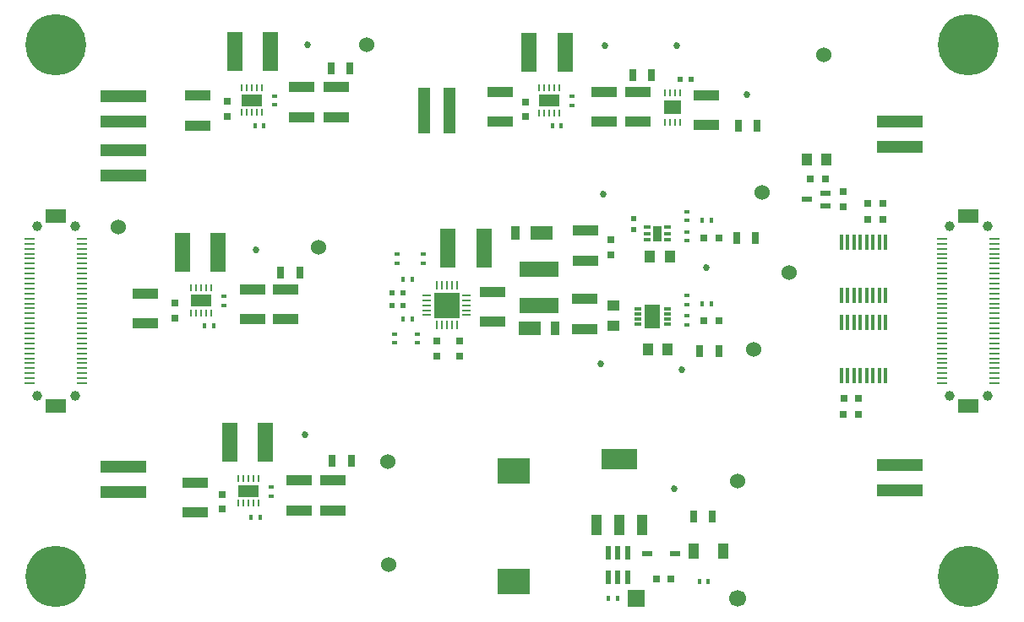
<source format=gts>
G04 #@! TF.FileFunction,Soldermask,Top*
%FSLAX46Y46*%
G04 Gerber Fmt 4.6, Leading zero omitted, Abs format (unit mm)*
G04 Created by KiCad (PCBNEW (2015-04-19 BZR 5613)-product) date 7/7/2015 8:10:23 PM*
%MOMM*%
G01*
G04 APERTURE LIST*
%ADD10C,0.100000*%
%ADD11C,1.524000*%
%ADD12R,0.500000X0.600000*%
%ADD13R,0.600000X0.500000*%
%ADD14O,6.100000X6.100000*%
%ADD15R,2.100000X1.400000*%
%ADD16R,1.000000X0.250000*%
%ADD17C,1.000000*%
%ADD18R,1.000000X1.250000*%
%ADD19R,0.800000X0.750000*%
%ADD20R,0.750000X0.800000*%
%ADD21R,2.500000X1.000000*%
%ADD22R,1.250000X1.000000*%
%ADD23R,1.000000X1.600000*%
%ADD24R,2.200000X1.400000*%
%ADD25R,0.900000X1.400000*%
%ADD26R,1.050000X0.550000*%
%ADD27R,1.500000X4.000000*%
%ADD28R,3.200000X2.500000*%
%ADD29R,4.000000X1.500000*%
%ADD30R,4.572000X1.270000*%
%ADD31R,1.270000X4.572000*%
%ADD32R,3.657600X2.032000*%
%ADD33R,1.016000X2.032000*%
%ADD34R,0.600000X0.400000*%
%ADD35R,0.400000X0.600000*%
%ADD36R,1.000760X0.599440*%
%ADD37C,0.685800*%
%ADD38R,0.250000X0.800000*%
%ADD39R,1.740000X1.450000*%
%ADD40R,0.700000X0.300000*%
%ADD41R,0.900000X1.600000*%
%ADD42R,0.800000X0.300000*%
%ADD43R,1.640000X2.380000*%
%ADD44R,0.560000X1.330000*%
%ADD45R,0.360000X1.600000*%
%ADD46R,0.280000X0.800000*%
%ADD47R,2.000000X1.200000*%
%ADD48O,0.250000X1.000000*%
%ADD49O,1.000000X0.250000*%
%ADD50R,2.600000X2.600000*%
%ADD51C,1.699260*%
%ADD52R,1.699260X1.699260*%
%ADD53R,0.700000X1.300000*%
G04 APERTURE END LIST*
D10*
D11*
X167500300Y-104140000D03*
D12*
X151892000Y-98687800D03*
X151892000Y-99787800D03*
D13*
X127694600Y-107442000D03*
X128794600Y-107442000D03*
D14*
X93980000Y-134620000D03*
X93980000Y-81280000D03*
X185420000Y-81280000D03*
X185420000Y-134620000D03*
D15*
X93980000Y-117450000D03*
D16*
X91330000Y-100700000D03*
X91330000Y-101200000D03*
X91330000Y-101700000D03*
X91330000Y-102200000D03*
X91330000Y-102700000D03*
X91330000Y-103200000D03*
X91330000Y-103700000D03*
X91330000Y-104200000D03*
X91330000Y-104700000D03*
X91330000Y-105200000D03*
X91330000Y-105700000D03*
X91330000Y-106200000D03*
X91330000Y-106700000D03*
X91330000Y-107200000D03*
X91330000Y-107700000D03*
X91330000Y-108200000D03*
X91330000Y-108700000D03*
X91330000Y-109200000D03*
X91330000Y-109700000D03*
X91330000Y-110200000D03*
X91330000Y-110700000D03*
X91330000Y-111200000D03*
X91330000Y-111700000D03*
X91330000Y-112200000D03*
X91330000Y-112700000D03*
X91330000Y-113200000D03*
X91330000Y-113700000D03*
X91330000Y-114200000D03*
X91330000Y-114700000D03*
X91330000Y-115200000D03*
X96630000Y-100700000D03*
X96630000Y-101200000D03*
X96630000Y-101700000D03*
X96630000Y-102200000D03*
X96630000Y-102700000D03*
X96630000Y-103200000D03*
X96630000Y-103700000D03*
X96630000Y-104200000D03*
X96630000Y-104700000D03*
X96630000Y-105200000D03*
X96630000Y-105700000D03*
X96630000Y-106200000D03*
X96630000Y-106700000D03*
X96630000Y-107200000D03*
X96630000Y-107700000D03*
X96630000Y-108200000D03*
X96630000Y-108700000D03*
X96630000Y-109200000D03*
X96630000Y-109700000D03*
X96630000Y-110200000D03*
X96630000Y-110700000D03*
X96630000Y-111200000D03*
X96630000Y-111700000D03*
X96630000Y-112200000D03*
X96630000Y-112700000D03*
X96630000Y-113200000D03*
X96630000Y-113700000D03*
X96630000Y-114200000D03*
X96630000Y-114700000D03*
X96630000Y-115200000D03*
D15*
X93980000Y-98450000D03*
D17*
X92080000Y-99450000D03*
X92080000Y-116450000D03*
D15*
X185420000Y-117450000D03*
D16*
X182770000Y-100700000D03*
X182770000Y-101200000D03*
X182770000Y-101700000D03*
X182770000Y-102200000D03*
X182770000Y-102700000D03*
X182770000Y-103200000D03*
X182770000Y-103700000D03*
X182770000Y-104200000D03*
X182770000Y-104700000D03*
X182770000Y-105200000D03*
X182770000Y-105700000D03*
X182770000Y-106200000D03*
X182770000Y-106700000D03*
X182770000Y-107200000D03*
X182770000Y-107700000D03*
X182770000Y-108200000D03*
X182770000Y-108700000D03*
X182770000Y-109200000D03*
X182770000Y-109700000D03*
X182770000Y-110200000D03*
X182770000Y-110700000D03*
X182770000Y-111200000D03*
X182770000Y-111700000D03*
X182770000Y-112200000D03*
X182770000Y-112700000D03*
X182770000Y-113200000D03*
X182770000Y-113700000D03*
X182770000Y-114200000D03*
X182770000Y-114700000D03*
X182770000Y-115200000D03*
X188070000Y-100700000D03*
X188070000Y-101200000D03*
X188070000Y-101700000D03*
X188070000Y-102200000D03*
X188070000Y-102700000D03*
X188070000Y-103200000D03*
X188070000Y-103700000D03*
X188070000Y-104200000D03*
X188070000Y-104700000D03*
X188070000Y-105200000D03*
X188070000Y-105700000D03*
X188070000Y-106200000D03*
X188070000Y-106700000D03*
X188070000Y-107200000D03*
X188070000Y-107700000D03*
X188070000Y-108200000D03*
X188070000Y-108700000D03*
X188070000Y-109200000D03*
X188070000Y-109700000D03*
X188070000Y-110200000D03*
X188070000Y-110700000D03*
X188070000Y-111200000D03*
X188070000Y-111700000D03*
X188070000Y-112200000D03*
X188070000Y-112700000D03*
X188070000Y-113200000D03*
X188070000Y-113700000D03*
X188070000Y-114200000D03*
X188070000Y-114700000D03*
X188070000Y-115200000D03*
D15*
X185420000Y-98450000D03*
D17*
X183520000Y-99450000D03*
X183520000Y-116450000D03*
X187320000Y-99450000D03*
X187320000Y-116450000D03*
X95880000Y-99450000D03*
X95880000Y-116450000D03*
D18*
X169205400Y-92786200D03*
X171205400Y-92786200D03*
D19*
X169607800Y-94691200D03*
X171107800Y-94691200D03*
D20*
X172872400Y-97498600D03*
X172872400Y-95998600D03*
D19*
X176873600Y-97180400D03*
X175373600Y-97180400D03*
X172909800Y-118287800D03*
X174409800Y-118287800D03*
X176873600Y-98806000D03*
X175373600Y-98806000D03*
X172935200Y-116687600D03*
X174435200Y-116687600D03*
D21*
X107950000Y-125144400D03*
X107950000Y-128144400D03*
X108204000Y-86333200D03*
X108204000Y-89333200D03*
X102946200Y-106221400D03*
X102946200Y-109221400D03*
D20*
X110667800Y-126351600D03*
X110667800Y-127851600D03*
X111150400Y-86956200D03*
X111150400Y-88456200D03*
X105918000Y-107149200D03*
X105918000Y-108649200D03*
D21*
X118364000Y-124941200D03*
X118364000Y-127941200D03*
X118643400Y-85495000D03*
X118643400Y-88495000D03*
X113665000Y-105764200D03*
X113665000Y-108764200D03*
X121767600Y-124941200D03*
X121767600Y-127941200D03*
X122047000Y-85495000D03*
X122047000Y-88495000D03*
X117017800Y-105764200D03*
X117017800Y-108764200D03*
D13*
X127694600Y-106146600D03*
X128794600Y-106146600D03*
D21*
X137756900Y-109030900D03*
X137756900Y-106030900D03*
D20*
X134442200Y-112459200D03*
X134442200Y-110959200D03*
D21*
X138480800Y-85977600D03*
X138480800Y-88977600D03*
D20*
X141071600Y-86981600D03*
X141071600Y-88481600D03*
X132130800Y-110959200D03*
X132130800Y-112459200D03*
D21*
X148945600Y-85977600D03*
X148945600Y-88977600D03*
X152273000Y-85977600D03*
X152273000Y-88977600D03*
X147040600Y-99896800D03*
X147040600Y-102896800D03*
X146939000Y-106754800D03*
X146939000Y-109754800D03*
D19*
X155639200Y-134848600D03*
X154139200Y-134848600D03*
D20*
X149631400Y-100799200D03*
X149631400Y-102299200D03*
D22*
X149834600Y-109432600D03*
X149834600Y-107432600D03*
D23*
X157859600Y-132029200D03*
X160859600Y-132029200D03*
D13*
X157649000Y-84683600D03*
X156549000Y-84683600D03*
D21*
X159181800Y-89307800D03*
X159181800Y-86307800D03*
D19*
X158914400Y-100660200D03*
X160414400Y-100660200D03*
X160439800Y-108940600D03*
X158939800Y-108940600D03*
D18*
X153508200Y-102463600D03*
X155508200Y-102463600D03*
X153305000Y-111785400D03*
X155305000Y-111785400D03*
D24*
X141503600Y-109728000D03*
D25*
X144053600Y-109728000D03*
D26*
X156035200Y-132334000D03*
X153235200Y-132334000D03*
D24*
X142620800Y-100152200D03*
D25*
X140070800Y-100152200D03*
D27*
X114982400Y-121081800D03*
X111382400Y-121081800D03*
X115515800Y-81940400D03*
X111915800Y-81940400D03*
X110232600Y-102082600D03*
X106632600Y-102082600D03*
D28*
X139827000Y-123990000D03*
X139827000Y-135090000D03*
D27*
X145005200Y-81965800D03*
X141405200Y-81965800D03*
D29*
X142430500Y-103775100D03*
X142430500Y-107375100D03*
D27*
X136877200Y-101650800D03*
X133277200Y-101650800D03*
D30*
X100711000Y-123545600D03*
X100711000Y-126085600D03*
X100711000Y-86410800D03*
X100711000Y-88950800D03*
X100711000Y-91821000D03*
X100711000Y-94361000D03*
X178562000Y-91516200D03*
X178562000Y-88976200D03*
D31*
X133426200Y-87833200D03*
X130886200Y-87833200D03*
D30*
X178562000Y-125984000D03*
X178562000Y-123444000D03*
D32*
X150469600Y-122783600D03*
D33*
X150469600Y-129387600D03*
X152755600Y-129387600D03*
X148183600Y-129387600D03*
D34*
X115544600Y-125610200D03*
X115544600Y-126510200D03*
D35*
X114470600Y-128676400D03*
X113570600Y-128676400D03*
D34*
X115900200Y-86392600D03*
X115900200Y-87292600D03*
D35*
X114826200Y-89357200D03*
X113926200Y-89357200D03*
D34*
X110794800Y-106509400D03*
X110794800Y-107409400D03*
D35*
X109771600Y-109474000D03*
X108871600Y-109474000D03*
X128785200Y-104800400D03*
X129685200Y-104800400D03*
X128785200Y-108762800D03*
X129685200Y-108762800D03*
D34*
X128219200Y-103142200D03*
X128219200Y-102242200D03*
X130200400Y-111168600D03*
X130200400Y-110268600D03*
X130784600Y-103142200D03*
X130784600Y-102242200D03*
X145669000Y-86443400D03*
X145669000Y-87343400D03*
D35*
X144620400Y-89382600D03*
X143720400Y-89382600D03*
D34*
X127889000Y-111168600D03*
X127889000Y-110268600D03*
D35*
X158477800Y-135128000D03*
X159377800Y-135128000D03*
X150284600Y-136804400D03*
X149384600Y-136804400D03*
D34*
X157251400Y-106382400D03*
X157251400Y-107282400D03*
X157200600Y-100007000D03*
X157200600Y-100907000D03*
X157200600Y-97975000D03*
X157200600Y-98875000D03*
X157251400Y-108414400D03*
X157251400Y-109314400D03*
D35*
X159657200Y-98856800D03*
X158757200Y-98856800D03*
X159682600Y-107264200D03*
X158782600Y-107264200D03*
D11*
X127330200Y-133375400D03*
X125120400Y-81280000D03*
X120345200Y-101600000D03*
X127241300Y-123063000D03*
X170916600Y-82283300D03*
X164719000Y-96037400D03*
X163880800Y-111772700D03*
X162318700Y-125056900D03*
D36*
X171104560Y-96123760D03*
X171104560Y-97424240D03*
X169204640Y-96774000D03*
D37*
X156730700Y-113855500D03*
X159181800Y-103581200D03*
X163195000Y-86258400D03*
X155930600Y-125768100D03*
X156235400Y-81305400D03*
X148615400Y-113245900D03*
X148818600Y-96189800D03*
X148996400Y-81305400D03*
X114046000Y-101803200D03*
X119176800Y-81280000D03*
X118973600Y-120345200D03*
D38*
X155053600Y-89028400D03*
X155553600Y-89028400D03*
X156053600Y-89028400D03*
X156553600Y-89028400D03*
X155053600Y-86028400D03*
X155553600Y-86028400D03*
X156053600Y-86028400D03*
X156553600Y-86028400D03*
D39*
X155803600Y-87528400D03*
D40*
X155279600Y-100827600D03*
X155279600Y-100177600D03*
X155279600Y-99527600D03*
X153279600Y-100827600D03*
X153279600Y-100177600D03*
X153279600Y-99527600D03*
D41*
X154279600Y-100177600D03*
D42*
X155271600Y-109284200D03*
X155271600Y-108784200D03*
X155271600Y-108284200D03*
X155271600Y-107784200D03*
X152271600Y-109284200D03*
X152271600Y-108784200D03*
X152271600Y-108284200D03*
X152271600Y-107784200D03*
D43*
X153771600Y-108534200D03*
D44*
X149367200Y-134651600D03*
X150317200Y-134651600D03*
X151267200Y-134651600D03*
X149367200Y-132251600D03*
X150317200Y-132251600D03*
X151267200Y-132251600D03*
D45*
X172681900Y-114415000D03*
X173316900Y-114415000D03*
X173951900Y-114415000D03*
X174586900Y-114415000D03*
X175221900Y-114415000D03*
X175856900Y-114415000D03*
X176491900Y-114415000D03*
X177126900Y-114415000D03*
X172681900Y-109105000D03*
X173316900Y-109105000D03*
X173951900Y-109105000D03*
X174586900Y-109105000D03*
X175221900Y-109105000D03*
X175856900Y-109105000D03*
X176491900Y-109105000D03*
X177126900Y-109105000D03*
X177126900Y-101053200D03*
X176491900Y-101053200D03*
X175856900Y-101053200D03*
X175221900Y-101053200D03*
X174586900Y-101053200D03*
X173951900Y-101053200D03*
X173316900Y-101053200D03*
X172681900Y-101053200D03*
X177126900Y-106363200D03*
X176491900Y-106363200D03*
X175856900Y-106363200D03*
X175221900Y-106363200D03*
X174586900Y-106363200D03*
X173951900Y-106363200D03*
X173316900Y-106363200D03*
X172681900Y-106363200D03*
D46*
X144433800Y-85567200D03*
X143933800Y-85567200D03*
X143433800Y-85567200D03*
X142933800Y-85567200D03*
X142433800Y-85567200D03*
X144433800Y-88067200D03*
X143933800Y-88067200D03*
X143433800Y-88067200D03*
X142933800Y-88067200D03*
X142433800Y-88067200D03*
D47*
X143433800Y-86817200D03*
D46*
X109559600Y-105633200D03*
X109059600Y-105633200D03*
X108559600Y-105633200D03*
X108059600Y-105633200D03*
X107559600Y-105633200D03*
X109559600Y-108133200D03*
X109059600Y-108133200D03*
X108559600Y-108133200D03*
X108059600Y-108133200D03*
X107559600Y-108133200D03*
D47*
X108559600Y-106883200D03*
D46*
X114639600Y-85541800D03*
X114139600Y-85541800D03*
X113639600Y-85541800D03*
X113139600Y-85541800D03*
X112639600Y-85541800D03*
X114639600Y-88041800D03*
X114139600Y-88041800D03*
X113639600Y-88041800D03*
X113139600Y-88041800D03*
X112639600Y-88041800D03*
D47*
X113639600Y-86791800D03*
D46*
X114258600Y-124759400D03*
X113758600Y-124759400D03*
X113258600Y-124759400D03*
X112758600Y-124759400D03*
X112258600Y-124759400D03*
X114258600Y-127259400D03*
X113758600Y-127259400D03*
X113258600Y-127259400D03*
X112758600Y-127259400D03*
X112258600Y-127259400D03*
D47*
X113258600Y-126009400D03*
D48*
X134159500Y-105378500D03*
X133659500Y-105378500D03*
X133159500Y-105378500D03*
X132659500Y-105378500D03*
X132159500Y-105378500D03*
D49*
X131159500Y-106378500D03*
X131159500Y-106878500D03*
X131159500Y-107378500D03*
X131159500Y-107878500D03*
X131159500Y-108378500D03*
D48*
X132159500Y-109378500D03*
X132659500Y-109378500D03*
X133159500Y-109378500D03*
X133659500Y-109378500D03*
X134159500Y-109378500D03*
D49*
X135159500Y-108378500D03*
X135159500Y-107878500D03*
X135159500Y-107378500D03*
X135159500Y-106878500D03*
X135159500Y-106378500D03*
D50*
X133159500Y-107378500D03*
D51*
X162306520Y-136776460D03*
D52*
X152146520Y-136776460D03*
D11*
X100279200Y-99517200D03*
D53*
X123568500Y-123024900D03*
X121668500Y-123024900D03*
X123479600Y-83616800D03*
X121579600Y-83616800D03*
X118425000Y-104114600D03*
X116525000Y-104114600D03*
X153680200Y-84328000D03*
X151780200Y-84328000D03*
X159763500Y-128574800D03*
X157863500Y-128574800D03*
X164259300Y-89357200D03*
X162359300Y-89357200D03*
X164119600Y-100634800D03*
X162219600Y-100634800D03*
X160398500Y-111937800D03*
X158498500Y-111937800D03*
M02*

</source>
